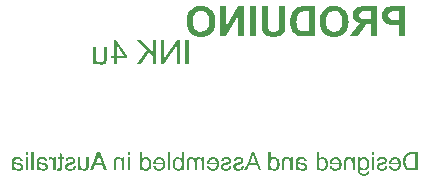
<source format=gbr>
%TF.GenerationSoftware,KiCad,Pcbnew,8.0.4*%
%TF.CreationDate,2024-10-26T11:39:00+11:00*%
%TF.ProjectId,INK-128DA28,494e4b2d-3132-4384-9441-32382e6b6963,1.1*%
%TF.SameCoordinates,Original*%
%TF.FileFunction,Legend,Bot*%
%TF.FilePolarity,Positive*%
%FSLAX46Y46*%
G04 Gerber Fmt 4.6, Leading zero omitted, Abs format (unit mm)*
G04 Created by KiCad (PCBNEW 8.0.4) date 2024-10-26 11:39:00*
%MOMM*%
%LPD*%
G01*
G04 APERTURE LIST*
%ADD10C,0.250000*%
%ADD11C,0.187500*%
G04 APERTURE END LIST*
D10*
G36*
X124197683Y-132756000D02*
G01*
X124197683Y-130723899D01*
X123930969Y-130723899D01*
X123930969Y-132756000D01*
X124197683Y-132756000D01*
G37*
G36*
X123467885Y-132756000D02*
G01*
X123467885Y-130723899D01*
X123194822Y-130723899D01*
X122136762Y-132319293D01*
X122136762Y-130723899D01*
X121881284Y-130723899D01*
X121881284Y-132756000D01*
X122154347Y-132756000D01*
X123212407Y-131159140D01*
X123212407Y-132756000D01*
X123467885Y-132756000D01*
G37*
G36*
X121455812Y-132756000D02*
G01*
X121455812Y-130723899D01*
X121189099Y-130723899D01*
X121189099Y-131719921D01*
X120189169Y-130723899D01*
X119827690Y-130723899D01*
X120672770Y-131538205D01*
X119790565Y-132756000D01*
X120142274Y-132756000D01*
X120859371Y-131716990D01*
X121189099Y-132036949D01*
X121189099Y-132756000D01*
X121455812Y-132756000D01*
G37*
G36*
X118982609Y-132036949D02*
G01*
X118982609Y-132263606D01*
X118108709Y-132263606D01*
X118108709Y-132756000D01*
X117861535Y-132756000D01*
X117861535Y-132263606D01*
X117589448Y-132263606D01*
X117589448Y-132036949D01*
X117861535Y-132036949D01*
X118108709Y-132036949D01*
X118739344Y-132036949D01*
X118108709Y-131123480D01*
X118108709Y-132036949D01*
X117861535Y-132036949D01*
X117861535Y-130723899D01*
X118063279Y-130723899D01*
X118982609Y-132036949D01*
G37*
G36*
X116319385Y-132756000D02*
G01*
X116319385Y-132541554D01*
X116387609Y-132625057D01*
X116464420Y-132691283D01*
X116549817Y-132740232D01*
X116643801Y-132771906D01*
X116746372Y-132786303D01*
X116782470Y-132787263D01*
X116884428Y-132779039D01*
X116980744Y-132754370D01*
X117023293Y-132737437D01*
X117110234Y-132688978D01*
X117182805Y-132621689D01*
X117189867Y-132612385D01*
X117238379Y-132522944D01*
X117266071Y-132428226D01*
X117277886Y-132326109D01*
X117281081Y-132224809D01*
X117281214Y-132195706D01*
X117281214Y-131286635D01*
X117033551Y-131286635D01*
X117033551Y-132102406D01*
X117032354Y-132202230D01*
X117027030Y-132303953D01*
X117018408Y-132365699D01*
X116979125Y-132458165D01*
X116919734Y-132520061D01*
X116829223Y-132563893D01*
X116732644Y-132576237D01*
X116631586Y-132563679D01*
X116536325Y-132526005D01*
X116524061Y-132519084D01*
X116445028Y-132455922D01*
X116388409Y-132368437D01*
X116385819Y-132362280D01*
X116359569Y-132266957D01*
X116347809Y-132163253D01*
X116345275Y-132074562D01*
X116345275Y-131286635D01*
X116098101Y-131286635D01*
X116098101Y-132756000D01*
X116319385Y-132756000D01*
G37*
G36*
X142492155Y-130385000D02*
G01*
X141983519Y-130385000D01*
X141983519Y-129408028D01*
X141651960Y-129408028D01*
X141508827Y-129406304D01*
X141381296Y-129401133D01*
X141254652Y-129391000D01*
X141125006Y-129372002D01*
X141083146Y-129361367D01*
X140967207Y-129315887D01*
X140861224Y-129252934D01*
X140806752Y-129210421D01*
X140717063Y-129114259D01*
X140647511Y-129005638D01*
X140637307Y-128985660D01*
X140592954Y-128865547D01*
X140569913Y-128741326D01*
X140563641Y-128624619D01*
X141087148Y-128624619D01*
X141095220Y-128703273D01*
X141144545Y-128817571D01*
X141193775Y-128873671D01*
X141303303Y-128939692D01*
X141316751Y-128944351D01*
X141442067Y-128967304D01*
X141567314Y-128975756D01*
X141705083Y-128978161D01*
X141983519Y-128978161D01*
X141983519Y-128274741D01*
X141738055Y-128274741D01*
X141626637Y-128275559D01*
X141497980Y-128279567D01*
X141372302Y-128291838D01*
X141265621Y-128326936D01*
X141167748Y-128401748D01*
X141107298Y-128501429D01*
X141087148Y-128624619D01*
X140563641Y-128624619D01*
X140563247Y-128617292D01*
X140570230Y-128491414D01*
X140595313Y-128360506D01*
X140638638Y-128243413D01*
X140709182Y-128128196D01*
X140756516Y-128072293D01*
X140850433Y-127988047D01*
X140955555Y-127924860D01*
X141071883Y-127882732D01*
X141123671Y-127871825D01*
X141256711Y-127856852D01*
X141395582Y-127849347D01*
X141539266Y-127845798D01*
X141676384Y-127844874D01*
X142492155Y-127844874D01*
X142492155Y-130385000D01*
G37*
G36*
X140157804Y-130385000D02*
G01*
X139649779Y-130385000D01*
X139649779Y-129329870D01*
X139546586Y-129329870D01*
X139535726Y-129329898D01*
X139411363Y-129335247D01*
X139290742Y-129357958D01*
X139236340Y-129382897D01*
X139138090Y-129461762D01*
X139094317Y-129512709D01*
X139017813Y-129614067D01*
X138939178Y-129725293D01*
X138870034Y-129826294D01*
X138502448Y-130385000D01*
X137894284Y-130385000D01*
X138202030Y-129890408D01*
X138267646Y-129785708D01*
X138337578Y-129679619D01*
X138408771Y-129579556D01*
X138491457Y-129478859D01*
X138556152Y-129415097D01*
X138656688Y-129334740D01*
X138763177Y-129265757D01*
X138722379Y-129259114D01*
X138589764Y-129227412D01*
X138472986Y-129182561D01*
X138358917Y-129115204D01*
X138265533Y-129030673D01*
X138192603Y-128931297D01*
X138140511Y-128819403D01*
X138109255Y-128694992D01*
X138100556Y-128580655D01*
X138622738Y-128580655D01*
X138627806Y-128646475D01*
X138674639Y-128765669D01*
X138710572Y-128807613D01*
X138816911Y-128870083D01*
X138889822Y-128884546D01*
X139021818Y-128895065D01*
X139146147Y-128898951D01*
X139273645Y-128900003D01*
X139649779Y-128900003D01*
X139649779Y-128274741D01*
X139252884Y-128274741D01*
X139129545Y-128275150D01*
X139005741Y-128276878D01*
X138882246Y-128283290D01*
X138790805Y-128308933D01*
X138690515Y-128379766D01*
X138644183Y-128455784D01*
X138622738Y-128580655D01*
X138100556Y-128580655D01*
X138098837Y-128558063D01*
X138099266Y-128530020D01*
X138114293Y-128395746D01*
X138150786Y-128271371D01*
X138208746Y-128156894D01*
X138284595Y-128057802D01*
X138384558Y-127972905D01*
X138501838Y-127913262D01*
X138564288Y-127893560D01*
X138686657Y-127868983D01*
X138816396Y-127854491D01*
X138944437Y-127847278D01*
X139088020Y-127844874D01*
X140157804Y-127844874D01*
X140157804Y-130385000D01*
G37*
G36*
X136557920Y-127806186D02*
G01*
X136686919Y-127813716D01*
X136809082Y-127830830D01*
X136940324Y-127862124D01*
X137062637Y-127905935D01*
X137073639Y-127910668D01*
X137191122Y-127972968D01*
X137292289Y-128045883D01*
X137388090Y-128134302D01*
X137406394Y-128153617D01*
X137490615Y-128254916D01*
X137562671Y-128364086D01*
X137622563Y-128481127D01*
X137667293Y-128601928D01*
X137701036Y-128734593D01*
X137721215Y-128857747D01*
X137733322Y-128989617D01*
X137737357Y-129130202D01*
X137737034Y-129167730D01*
X137729263Y-129312773D01*
X137711131Y-129449706D01*
X137682637Y-129578530D01*
X137643783Y-129699244D01*
X137580644Y-129838733D01*
X137501316Y-129965550D01*
X137405798Y-130079696D01*
X137296565Y-130178908D01*
X137176093Y-130261304D01*
X137044380Y-130326884D01*
X136901427Y-130375650D01*
X136778971Y-130402554D01*
X136649322Y-130418697D01*
X136512480Y-130424078D01*
X136377354Y-130418669D01*
X136249193Y-130402440D01*
X136127997Y-130375392D01*
X135986297Y-130326368D01*
X135855478Y-130260438D01*
X135735542Y-130177604D01*
X135626489Y-130077864D01*
X135586339Y-130033545D01*
X135497297Y-129913627D01*
X135424445Y-129780680D01*
X135377819Y-129664941D01*
X135341555Y-129540864D01*
X135315651Y-129408448D01*
X135300110Y-129267693D01*
X135294929Y-129118600D01*
X135295138Y-129106388D01*
X135820662Y-129106388D01*
X135820852Y-129133916D01*
X135827510Y-129265063D01*
X135848053Y-129408152D01*
X135882293Y-129535657D01*
X135939548Y-129664715D01*
X136015445Y-129772561D01*
X136040220Y-129799401D01*
X136133657Y-129879706D01*
X136253250Y-129945508D01*
X136386506Y-129983605D01*
X136514311Y-129994211D01*
X136551907Y-129993338D01*
X136676954Y-129976533D01*
X136807414Y-129931138D01*
X136924593Y-129857808D01*
X137016230Y-129770729D01*
X137040113Y-129741899D01*
X137111569Y-129628110D01*
X137157794Y-129514623D01*
X137190152Y-129386409D01*
X137208641Y-129243470D01*
X137213457Y-129113105D01*
X137213269Y-129085806D01*
X137206695Y-128955804D01*
X137186409Y-128814089D01*
X137152599Y-128687958D01*
X137096061Y-128560502D01*
X137021115Y-128454260D01*
X136996596Y-128427789D01*
X136888976Y-128338984D01*
X136766091Y-128277503D01*
X136646045Y-128246123D01*
X136514311Y-128235662D01*
X136475564Y-128236507D01*
X136347575Y-128252761D01*
X136215827Y-128296667D01*
X136099573Y-128367593D01*
X136010561Y-128451817D01*
X135998877Y-128465507D01*
X135927480Y-128573557D01*
X135874256Y-128702995D01*
X135843101Y-128830965D01*
X135825298Y-128974649D01*
X135820662Y-129106388D01*
X135295138Y-129106388D01*
X135296234Y-129042344D01*
X135306671Y-128896199D01*
X135327546Y-128758545D01*
X135358859Y-128629382D01*
X135400609Y-128508711D01*
X135452797Y-128396531D01*
X135532710Y-128268247D01*
X135628931Y-128153230D01*
X135738748Y-128053139D01*
X135859447Y-127970013D01*
X135991029Y-127903851D01*
X136133493Y-127854653D01*
X136255300Y-127827510D01*
X136384071Y-127811224D01*
X136519807Y-127805795D01*
X136557920Y-127806186D01*
G37*
G36*
X134915131Y-130385000D02*
G01*
X133958310Y-130385000D01*
X133889703Y-130384160D01*
X133763078Y-130377443D01*
X133637503Y-130361858D01*
X133508293Y-130331266D01*
X133480565Y-130321959D01*
X133364704Y-130274529D01*
X133253077Y-130211178D01*
X133151087Y-130128545D01*
X133140214Y-130117718D01*
X133058936Y-130023675D01*
X132987810Y-129916427D01*
X132926835Y-129795975D01*
X132881810Y-129679748D01*
X132872419Y-129651019D01*
X132840916Y-129529374D01*
X132819106Y-129396968D01*
X132807973Y-129272284D01*
X132804263Y-129139361D01*
X132804613Y-129115547D01*
X133329995Y-129115547D01*
X133330806Y-129187198D01*
X133337294Y-129318937D01*
X133352347Y-129448713D01*
X133381897Y-129580830D01*
X133391782Y-129611930D01*
X133440821Y-129727223D01*
X133515009Y-129825683D01*
X133600402Y-129885557D01*
X133719563Y-129930708D01*
X133766638Y-129940225D01*
X133894799Y-129952246D01*
X134027309Y-129955132D01*
X134406496Y-129955132D01*
X134406496Y-128274741D01*
X134178129Y-128274741D01*
X134158903Y-128274765D01*
X134019485Y-128276673D01*
X133893202Y-128282469D01*
X133761084Y-128299166D01*
X133752203Y-128301168D01*
X133630872Y-128344656D01*
X133526000Y-128418845D01*
X133503446Y-128441914D01*
X133430423Y-128547798D01*
X133381897Y-128664309D01*
X133366945Y-128716863D01*
X133344643Y-128841918D01*
X133333239Y-128977207D01*
X133329995Y-129115547D01*
X132804613Y-129115547D01*
X132805551Y-129051844D01*
X132812313Y-128927258D01*
X132827527Y-128792056D01*
X132850631Y-128667781D01*
X132886695Y-128539134D01*
X132914303Y-128464848D01*
X132973315Y-128340448D01*
X133044305Y-128228027D01*
X133127274Y-128127585D01*
X133178230Y-128077425D01*
X133277691Y-127999758D01*
X133387101Y-127938321D01*
X133506461Y-127893112D01*
X133598243Y-127872008D01*
X133723849Y-127855473D01*
X133855368Y-127847182D01*
X133985787Y-127844874D01*
X134915131Y-127844874D01*
X134915131Y-130385000D01*
G37*
G36*
X132391492Y-127844874D02*
G01*
X131882856Y-127844874D01*
X131882856Y-129223625D01*
X131881951Y-129356035D01*
X131878697Y-129480312D01*
X131870360Y-129604085D01*
X131863928Y-129648607D01*
X131822719Y-129765435D01*
X131744981Y-129868485D01*
X131708833Y-129899567D01*
X131593905Y-129960845D01*
X131473673Y-129988296D01*
X131373000Y-129994211D01*
X131247956Y-129985505D01*
X131125453Y-129952074D01*
X131046325Y-129905062D01*
X130962605Y-129812058D01*
X130915893Y-129693333D01*
X130914434Y-129685244D01*
X130900666Y-129563485D01*
X130894511Y-129440384D01*
X130892040Y-129308092D01*
X130891841Y-129252934D01*
X130891841Y-127844874D01*
X130383816Y-127844874D01*
X130383816Y-129176608D01*
X130384830Y-129312793D01*
X130387871Y-129435889D01*
X130394196Y-129566328D01*
X130405266Y-129694685D01*
X130425337Y-129822020D01*
X130461761Y-129944809D01*
X130520422Y-130062961D01*
X130577378Y-130140757D01*
X130670830Y-130230459D01*
X130775050Y-130299711D01*
X130873523Y-130347142D01*
X131000307Y-130387714D01*
X131133481Y-130411381D01*
X131267023Y-130422200D01*
X131357734Y-130424078D01*
X131486735Y-130421137D01*
X131621824Y-130410272D01*
X131755891Y-130388052D01*
X131880805Y-130350555D01*
X131904838Y-130340425D01*
X132013603Y-130282930D01*
X132115612Y-130208529D01*
X132199151Y-130122438D01*
X132269819Y-130019885D01*
X132322927Y-129904716D01*
X132341422Y-129840949D01*
X132363328Y-129718980D01*
X132377361Y-129590969D01*
X132385576Y-129465432D01*
X132390270Y-129325298D01*
X132391492Y-129197369D01*
X132391492Y-127844874D01*
G37*
G36*
X129877623Y-130385000D02*
G01*
X129877623Y-127844874D01*
X129369598Y-127844874D01*
X129369598Y-130385000D01*
X129877623Y-130385000D01*
G37*
G36*
X128884775Y-130385000D02*
G01*
X128884775Y-127844874D01*
X128390184Y-127844874D01*
X127360090Y-129561290D01*
X127360090Y-127844874D01*
X126888090Y-127844874D01*
X126888090Y-130385000D01*
X127397947Y-130385000D01*
X128412776Y-128694228D01*
X128412776Y-130385000D01*
X128884775Y-130385000D01*
G37*
G36*
X125288555Y-127806186D02*
G01*
X125417554Y-127813716D01*
X125539717Y-127830830D01*
X125670959Y-127862124D01*
X125793272Y-127905935D01*
X125804274Y-127910668D01*
X125921757Y-127972968D01*
X126022924Y-128045883D01*
X126118725Y-128134302D01*
X126137029Y-128153617D01*
X126221250Y-128254916D01*
X126293306Y-128364086D01*
X126353198Y-128481127D01*
X126397928Y-128601928D01*
X126431671Y-128734593D01*
X126451850Y-128857747D01*
X126463957Y-128989617D01*
X126467993Y-129130202D01*
X126467669Y-129167730D01*
X126459898Y-129312773D01*
X126441766Y-129449706D01*
X126413272Y-129578530D01*
X126374418Y-129699244D01*
X126311279Y-129838733D01*
X126231951Y-129965550D01*
X126136433Y-130079696D01*
X126027200Y-130178908D01*
X125906728Y-130261304D01*
X125775015Y-130326884D01*
X125632062Y-130375650D01*
X125509606Y-130402554D01*
X125379957Y-130418697D01*
X125243115Y-130424078D01*
X125107989Y-130418669D01*
X124979828Y-130402440D01*
X124858633Y-130375392D01*
X124716932Y-130326368D01*
X124586113Y-130260438D01*
X124466177Y-130177604D01*
X124357124Y-130077864D01*
X124316974Y-130033545D01*
X124227932Y-129913627D01*
X124155080Y-129780680D01*
X124108454Y-129664941D01*
X124072190Y-129540864D01*
X124046287Y-129408448D01*
X124030745Y-129267693D01*
X124025564Y-129118600D01*
X124025773Y-129106388D01*
X124551297Y-129106388D01*
X124551487Y-129133916D01*
X124558145Y-129265063D01*
X124578688Y-129408152D01*
X124612928Y-129535657D01*
X124670183Y-129664715D01*
X124746080Y-129772561D01*
X124770855Y-129799401D01*
X124864292Y-129879706D01*
X124983885Y-129945508D01*
X125117141Y-129983605D01*
X125244946Y-129994211D01*
X125282542Y-129993338D01*
X125407589Y-129976533D01*
X125538049Y-129931138D01*
X125655228Y-129857808D01*
X125746866Y-129770729D01*
X125770748Y-129741899D01*
X125842204Y-129628110D01*
X125888429Y-129514623D01*
X125920787Y-129386409D01*
X125939277Y-129243470D01*
X125944092Y-129113105D01*
X125943904Y-129085806D01*
X125937330Y-128955804D01*
X125917044Y-128814089D01*
X125883234Y-128687958D01*
X125826696Y-128560502D01*
X125751750Y-128454260D01*
X125727231Y-128427789D01*
X125619611Y-128338984D01*
X125496726Y-128277503D01*
X125376680Y-128246123D01*
X125244946Y-128235662D01*
X125206199Y-128236507D01*
X125078210Y-128252761D01*
X124946462Y-128296667D01*
X124830208Y-128367593D01*
X124741196Y-128451817D01*
X124729512Y-128465507D01*
X124658115Y-128573557D01*
X124604891Y-128702995D01*
X124573736Y-128830965D01*
X124555933Y-128974649D01*
X124551297Y-129106388D01*
X124025773Y-129106388D01*
X124026869Y-129042344D01*
X124037306Y-128896199D01*
X124058181Y-128758545D01*
X124089494Y-128629382D01*
X124131244Y-128508711D01*
X124183432Y-128396531D01*
X124263345Y-128268247D01*
X124359566Y-128153230D01*
X124469383Y-128053139D01*
X124590082Y-127970013D01*
X124721664Y-127903851D01*
X124864128Y-127854653D01*
X124985935Y-127827510D01*
X125114706Y-127811224D01*
X125250442Y-127805795D01*
X125288555Y-127806186D01*
G37*
D11*
G36*
X143601334Y-141731000D02*
G01*
X143056184Y-141731000D01*
X143039179Y-141730898D01*
X142965705Y-141727926D01*
X142889914Y-141719797D01*
X142813651Y-141704988D01*
X142768819Y-141692450D01*
X142698897Y-141665574D01*
X142633033Y-141628784D01*
X142600914Y-141604876D01*
X142544333Y-141550989D01*
X142495646Y-141490298D01*
X142487860Y-141479127D01*
X142448256Y-141411239D01*
X142416986Y-141340055D01*
X142392698Y-141268281D01*
X142373217Y-141189726D01*
X142361253Y-141114645D01*
X142354326Y-141034617D01*
X142352398Y-140960535D01*
X142352452Y-140957605D01*
X142558295Y-140957605D01*
X142559699Y-141020910D01*
X142565938Y-141099667D01*
X142578924Y-141180550D01*
X142598228Y-141253260D01*
X142622977Y-141317944D01*
X142659995Y-141386297D01*
X142708870Y-141447434D01*
X142715325Y-141453755D01*
X142776645Y-141497833D01*
X142844425Y-141526935D01*
X142849800Y-141528670D01*
X142924127Y-141545200D01*
X142999918Y-141552913D01*
X143078898Y-141555145D01*
X143401299Y-141555145D01*
X143401299Y-140382779D01*
X143084027Y-140382779D01*
X143051437Y-140383056D01*
X142972966Y-140386502D01*
X142899357Y-140395087D01*
X142825374Y-140414286D01*
X142798057Y-140426611D01*
X142734373Y-140469094D01*
X142682685Y-140521583D01*
X142636330Y-140587577D01*
X142609810Y-140639878D01*
X142585805Y-140710859D01*
X142569268Y-140792569D01*
X142561038Y-140871145D01*
X142558295Y-140957605D01*
X142352452Y-140957605D01*
X142353325Y-140910321D01*
X142359411Y-140825861D01*
X142371177Y-140745749D01*
X142388623Y-140669984D01*
X142411749Y-140598568D01*
X142445042Y-140522799D01*
X142485938Y-140454128D01*
X142534435Y-140392556D01*
X142590535Y-140338083D01*
X142602132Y-140328382D01*
X142664586Y-140285635D01*
X142734482Y-140252476D01*
X142811819Y-140228906D01*
X142842824Y-140222573D01*
X142917070Y-140213128D01*
X142997840Y-140208298D01*
X143080730Y-140206924D01*
X143601334Y-140206924D01*
X143601334Y-141731000D01*
G37*
G36*
X141688353Y-140606127D02*
G01*
X141768436Y-140615100D01*
X141842569Y-140634840D01*
X141910752Y-140665349D01*
X141972983Y-140706625D01*
X142029265Y-140758669D01*
X142070216Y-140809557D01*
X142110195Y-140878628D01*
X142140180Y-140956432D01*
X142157532Y-141027939D01*
X142167944Y-141105511D01*
X142171414Y-141189147D01*
X142170178Y-141238381D01*
X142162621Y-141315771D01*
X142144486Y-141400943D01*
X142116459Y-141477716D01*
X142078541Y-141546091D01*
X142030730Y-141606069D01*
X142012757Y-141624037D01*
X141954183Y-141670984D01*
X141888628Y-141707499D01*
X141816092Y-141733581D01*
X141736575Y-141749230D01*
X141650078Y-141754447D01*
X141626529Y-141754086D01*
X141548277Y-141747144D01*
X141476513Y-141731366D01*
X141402438Y-141702515D01*
X141336836Y-141662123D01*
X141329241Y-141656280D01*
X141273914Y-141604279D01*
X141228250Y-141542936D01*
X141192249Y-141472250D01*
X141168675Y-141402737D01*
X141360650Y-141379290D01*
X141380520Y-141427227D01*
X141421272Y-141495294D01*
X141474956Y-141548916D01*
X141498234Y-141564220D01*
X141571124Y-141593272D01*
X141648979Y-141602039D01*
X141665930Y-141601674D01*
X141745407Y-141588902D01*
X141816082Y-141557882D01*
X141877956Y-141508616D01*
X141918668Y-141456570D01*
X141952317Y-141385701D01*
X141971426Y-141311758D01*
X141979806Y-141238606D01*
X141163546Y-141238606D01*
X141162813Y-141188048D01*
X141164988Y-141120745D01*
X141168869Y-141086198D01*
X141358452Y-141086198D01*
X141969547Y-141086198D01*
X141967082Y-141058700D01*
X141951532Y-140982540D01*
X141919912Y-140909067D01*
X141873193Y-140847329D01*
X141867704Y-140841829D01*
X141808442Y-140796434D01*
X141734080Y-140766666D01*
X141658138Y-140757936D01*
X141623694Y-140759688D01*
X141552181Y-140776438D01*
X141482443Y-140815851D01*
X141428427Y-140870043D01*
X141391625Y-140934100D01*
X141369023Y-141010741D01*
X141358452Y-141086198D01*
X141168869Y-141086198D01*
X141173826Y-141042075D01*
X141189460Y-140969470D01*
X141217195Y-140890348D01*
X141254719Y-140819959D01*
X141302032Y-140758302D01*
X141356935Y-140706383D01*
X141428151Y-140659387D01*
X141507081Y-140627012D01*
X141580875Y-140610899D01*
X141660336Y-140605528D01*
X141688353Y-140606127D01*
G37*
G36*
X141015901Y-141407866D02*
G01*
X140832353Y-141379290D01*
X140813084Y-141453015D01*
X140774768Y-141516954D01*
X140746623Y-141544520D01*
X140679922Y-141581762D01*
X140601929Y-141599287D01*
X140549153Y-141602039D01*
X140475680Y-141596923D01*
X140404514Y-141577277D01*
X140359376Y-141549649D01*
X140312940Y-141492313D01*
X140297461Y-141425818D01*
X140321128Y-141354148D01*
X140352415Y-141325801D01*
X140424849Y-141295505D01*
X140497306Y-141274110D01*
X140541826Y-141262420D01*
X140613945Y-141243538D01*
X140686950Y-141222746D01*
X140763193Y-141197971D01*
X140824659Y-141173027D01*
X140890132Y-141131371D01*
X140941515Y-141073096D01*
X140944094Y-141068979D01*
X140974594Y-140998821D01*
X140984760Y-140921701D01*
X140975351Y-140846847D01*
X140951421Y-140785780D01*
X140909071Y-140725316D01*
X140860196Y-140682099D01*
X140793850Y-140645806D01*
X140742227Y-140627877D01*
X140669825Y-140611836D01*
X140592755Y-140605616D01*
X140582126Y-140605528D01*
X140504638Y-140609106D01*
X140426592Y-140621306D01*
X140356079Y-140642165D01*
X140285303Y-140676225D01*
X140227881Y-140722507D01*
X140212098Y-140741450D01*
X140174918Y-140809520D01*
X140153113Y-140883622D01*
X140148351Y-140909244D01*
X140329701Y-140933791D01*
X140353606Y-140860060D01*
X140401142Y-140804464D01*
X140467490Y-140771068D01*
X140542312Y-140758663D01*
X140568570Y-140757936D01*
X140647817Y-140762958D01*
X140719146Y-140781841D01*
X140751020Y-140800434D01*
X140797932Y-140859282D01*
X140805608Y-140900085D01*
X140782893Y-140965298D01*
X140723508Y-141010018D01*
X140711819Y-141015124D01*
X140640653Y-141036863D01*
X140564622Y-141058186D01*
X140548054Y-141062751D01*
X140467679Y-141084920D01*
X140389775Y-141108024D01*
X140319923Y-141131170D01*
X140273647Y-141149213D01*
X140207895Y-141187493D01*
X140154085Y-141243055D01*
X140151281Y-141247032D01*
X140119462Y-141313981D01*
X140107341Y-141388814D01*
X140106951Y-141406401D01*
X140115900Y-141480493D01*
X140142746Y-141550957D01*
X140161173Y-141582256D01*
X140208366Y-141638601D01*
X140269159Y-141684540D01*
X140317244Y-141709384D01*
X140390469Y-141735040D01*
X140462597Y-141749122D01*
X140540020Y-141754403D01*
X140548054Y-141754447D01*
X140624445Y-141751381D01*
X140704550Y-141740056D01*
X140784205Y-141716895D01*
X140851176Y-141682835D01*
X140873019Y-141667252D01*
X140929498Y-141611334D01*
X140973225Y-141542084D01*
X141001390Y-141469338D01*
X141015901Y-141407866D01*
G37*
G36*
X139891163Y-140417950D02*
G01*
X139891163Y-140206924D01*
X139705782Y-140206924D01*
X139705782Y-140417950D01*
X139891163Y-140417950D01*
G37*
G36*
X139891163Y-141731000D02*
G01*
X139891163Y-140628976D01*
X139705782Y-140628976D01*
X139705782Y-141731000D01*
X139891163Y-141731000D01*
G37*
G36*
X139059298Y-140606662D02*
G01*
X139135323Y-140617500D01*
X139205435Y-140639815D01*
X139276404Y-140678069D01*
X139302536Y-140697154D01*
X139360903Y-140753182D01*
X139404931Y-140813763D01*
X139440901Y-140883965D01*
X139462885Y-140943323D01*
X139483216Y-141023092D01*
X139493795Y-141097258D01*
X139497321Y-141174492D01*
X139496839Y-141202860D01*
X139489605Y-141284905D01*
X139473689Y-141362365D01*
X139449093Y-141435240D01*
X139415815Y-141503530D01*
X139373856Y-141567235D01*
X139323839Y-141622889D01*
X139256435Y-141673266D01*
X139179283Y-141707970D01*
X139105394Y-141725242D01*
X139024345Y-141731000D01*
X138990870Y-141729750D01*
X138916869Y-141717118D01*
X138839337Y-141686023D01*
X138777657Y-141644238D01*
X138721728Y-141588850D01*
X138722140Y-141672061D01*
X138725360Y-141754049D01*
X138734917Y-141827720D01*
X138741849Y-141850337D01*
X138777202Y-141919309D01*
X138829806Y-141972434D01*
X138879300Y-141999675D01*
X138953901Y-142019046D01*
X139028741Y-142024091D01*
X139071752Y-142022288D01*
X139147108Y-142007862D01*
X139217053Y-141972800D01*
X139258635Y-141923432D01*
X139280067Y-141851533D01*
X139460318Y-141824789D01*
X139457450Y-141887755D01*
X139440002Y-141962012D01*
X139401762Y-142032305D01*
X139343815Y-142088571D01*
X139328454Y-142099218D01*
X139261146Y-142134939D01*
X139184450Y-142159669D01*
X139109640Y-142172291D01*
X139027642Y-142176498D01*
X138967647Y-142174309D01*
X138893344Y-142164577D01*
X138817526Y-142144324D01*
X138749938Y-142114217D01*
X138736071Y-142106255D01*
X138673860Y-142061168D01*
X138623528Y-142007280D01*
X138585074Y-141944590D01*
X138567394Y-141899192D01*
X138549511Y-141822233D01*
X138539198Y-141739491D01*
X138534321Y-141657128D01*
X138533050Y-141580424D01*
X138533050Y-141167165D01*
X138705974Y-141167165D01*
X138706059Y-141180335D01*
X138711401Y-141266358D01*
X138725053Y-141341581D01*
X138750830Y-141414328D01*
X138792803Y-141479307D01*
X138803772Y-141491330D01*
X138863471Y-141539809D01*
X138931255Y-141568896D01*
X139007126Y-141578592D01*
X139023033Y-141578201D01*
X139097543Y-141564527D01*
X139163682Y-141531318D01*
X139221449Y-141478575D01*
X139231786Y-141465613D01*
X139270049Y-141395916D01*
X139292724Y-141318344D01*
X139303811Y-141238410D01*
X139306812Y-141160937D01*
X139306727Y-141148531D01*
X139301408Y-141067079D01*
X139287814Y-140995058D01*
X139262145Y-140924299D01*
X139220350Y-140859419D01*
X139214909Y-140853175D01*
X139156492Y-140801641D01*
X139083802Y-140767846D01*
X139010057Y-140757936D01*
X138994492Y-140758340D01*
X138920962Y-140772465D01*
X138854587Y-140806768D01*
X138795367Y-140861251D01*
X138789868Y-140867783D01*
X138748226Y-140935361D01*
X138723085Y-141008714D01*
X138710252Y-141083153D01*
X138705974Y-141167165D01*
X138533050Y-141167165D01*
X138533050Y-140628976D01*
X138704143Y-140628976D01*
X138704143Y-140760867D01*
X138736623Y-140724459D01*
X138798588Y-140672427D01*
X138867074Y-140635261D01*
X138942083Y-140612962D01*
X139023612Y-140605528D01*
X139059298Y-140606662D01*
G37*
G36*
X138258277Y-141731000D02*
G01*
X138258277Y-140628976D01*
X138091581Y-140628976D01*
X138091581Y-140783581D01*
X138042607Y-140723071D01*
X137986086Y-140675080D01*
X137910604Y-140634914D01*
X137837729Y-140614049D01*
X137757307Y-140605702D01*
X137743169Y-140605528D01*
X137665458Y-140611454D01*
X137593068Y-140629231D01*
X137561452Y-140641432D01*
X137496748Y-140676875D01*
X137442549Y-140728029D01*
X137437255Y-140735221D01*
X137400299Y-140802929D01*
X137379369Y-140872974D01*
X137371365Y-140949884D01*
X137369201Y-141030693D01*
X137369111Y-141054325D01*
X137369111Y-141731000D01*
X137554491Y-141731000D01*
X137554491Y-141059087D01*
X137557531Y-140981498D01*
X137569880Y-140907406D01*
X137576107Y-140888362D01*
X137616293Y-140826395D01*
X137653043Y-140797870D01*
X137721011Y-140770319D01*
X137782370Y-140763798D01*
X137859916Y-140772759D01*
X137929843Y-140799643D01*
X137986801Y-140839635D01*
X138032203Y-140900379D01*
X138058688Y-140977868D01*
X138069870Y-141053084D01*
X138072897Y-141127964D01*
X138072897Y-141731000D01*
X138258277Y-141731000D01*
G37*
G36*
X136669162Y-140606127D02*
G01*
X136749246Y-140615100D01*
X136823379Y-140634840D01*
X136891561Y-140665349D01*
X136953793Y-140706625D01*
X137010074Y-140758669D01*
X137051025Y-140809557D01*
X137091005Y-140878628D01*
X137120990Y-140956432D01*
X137138342Y-141027939D01*
X137148753Y-141105511D01*
X137152224Y-141189147D01*
X137150987Y-141238381D01*
X137143431Y-141315771D01*
X137125296Y-141400943D01*
X137097269Y-141477716D01*
X137059350Y-141546091D01*
X137011540Y-141606069D01*
X136993566Y-141624037D01*
X136934992Y-141670984D01*
X136869438Y-141707499D01*
X136796902Y-141733581D01*
X136717385Y-141749230D01*
X136630887Y-141754447D01*
X136607338Y-141754086D01*
X136529087Y-141747144D01*
X136457322Y-141731366D01*
X136383248Y-141702515D01*
X136317646Y-141662123D01*
X136310050Y-141656280D01*
X136254724Y-141604279D01*
X136209060Y-141542936D01*
X136173059Y-141472250D01*
X136149484Y-141402737D01*
X136341459Y-141379290D01*
X136361330Y-141427227D01*
X136402082Y-141495294D01*
X136455765Y-141548916D01*
X136479044Y-141564220D01*
X136551933Y-141593272D01*
X136629788Y-141602039D01*
X136646740Y-141601674D01*
X136726216Y-141588902D01*
X136796892Y-141557882D01*
X136858766Y-141508616D01*
X136899478Y-141456570D01*
X136933127Y-141385701D01*
X136952235Y-141311758D01*
X136960615Y-141238606D01*
X136144355Y-141238606D01*
X136143623Y-141188048D01*
X136145798Y-141120745D01*
X136149679Y-141086198D01*
X136339261Y-141086198D01*
X136950357Y-141086198D01*
X136947891Y-141058700D01*
X136932342Y-140982540D01*
X136900722Y-140909067D01*
X136854003Y-140847329D01*
X136848514Y-140841829D01*
X136789251Y-140796434D01*
X136714889Y-140766666D01*
X136638947Y-140757936D01*
X136604503Y-140759688D01*
X136532990Y-140776438D01*
X136463252Y-140815851D01*
X136409237Y-140870043D01*
X136372434Y-140934100D01*
X136349832Y-141010741D01*
X136339261Y-141086198D01*
X136149679Y-141086198D01*
X136154635Y-141042075D01*
X136170270Y-140969470D01*
X136198005Y-140890348D01*
X136235529Y-140819959D01*
X136282841Y-140758302D01*
X136337744Y-140706383D01*
X136408961Y-140659387D01*
X136487891Y-140627012D01*
X136561684Y-140610899D01*
X136641145Y-140605528D01*
X136669162Y-140606127D01*
G37*
G36*
X135224781Y-140762332D02*
G01*
X135237323Y-140745256D01*
X135288344Y-140692072D01*
X135350444Y-140649126D01*
X135375129Y-140636566D01*
X135449861Y-140612724D01*
X135526665Y-140605528D01*
X135543462Y-140605808D01*
X135624399Y-140615575D01*
X135700255Y-140639296D01*
X135771030Y-140676969D01*
X135797471Y-140695809D01*
X135856111Y-140751472D01*
X135899771Y-140812030D01*
X135934795Y-140882500D01*
X135958677Y-140951445D01*
X135975736Y-141024191D01*
X135985972Y-141100738D01*
X135989383Y-141181087D01*
X135986508Y-141252977D01*
X135976181Y-141330629D01*
X135958344Y-141403472D01*
X135929300Y-141479674D01*
X135909210Y-141518807D01*
X135867009Y-141582216D01*
X135817041Y-141636582D01*
X135759307Y-141681907D01*
X135745486Y-141690691D01*
X135673938Y-141726111D01*
X135598311Y-141747363D01*
X135518605Y-141754447D01*
X135469661Y-141751922D01*
X135391337Y-141735355D01*
X135322340Y-141703326D01*
X135262669Y-141655834D01*
X135212325Y-141592880D01*
X135212325Y-141731000D01*
X135040500Y-141731000D01*
X135040500Y-141196108D01*
X135209394Y-141196108D01*
X135209477Y-141208851D01*
X135214706Y-141292301D01*
X135228070Y-141365689D01*
X135253303Y-141437239D01*
X135294390Y-141502022D01*
X135351091Y-141554765D01*
X135421726Y-141590221D01*
X135501020Y-141602039D01*
X135508522Y-141601937D01*
X135586938Y-141587305D01*
X135651688Y-141552514D01*
X135710214Y-141497259D01*
X135720950Y-141483742D01*
X135760691Y-141412538D01*
X135784242Y-141334989D01*
X135795757Y-141256127D01*
X135798874Y-141180354D01*
X135798550Y-141153428D01*
X135793699Y-141078161D01*
X135780681Y-141000802D01*
X135756100Y-140926172D01*
X135716076Y-140859785D01*
X135710838Y-140853519D01*
X135654095Y-140801799D01*
X135582503Y-140767882D01*
X135509080Y-140757936D01*
X135493436Y-140758350D01*
X135419899Y-140772825D01*
X135354161Y-140807980D01*
X135296222Y-140863815D01*
X135275872Y-140892168D01*
X135243311Y-140960175D01*
X135223724Y-141032040D01*
X135212446Y-141115440D01*
X135209394Y-141196108D01*
X135040500Y-141196108D01*
X135040500Y-140206924D01*
X135224781Y-140206924D01*
X135224781Y-140762332D01*
G37*
G36*
X133725943Y-140605676D02*
G01*
X133801597Y-140609987D01*
X133879335Y-140621780D01*
X133957161Y-140643264D01*
X134001562Y-140661156D01*
X134066503Y-140699006D01*
X134120926Y-140750242D01*
X134150170Y-140792640D01*
X134181408Y-140859899D01*
X134202258Y-140932325D01*
X134020908Y-140957238D01*
X134012894Y-140930448D01*
X133979890Y-140857928D01*
X133928584Y-140801900D01*
X133882968Y-140778716D01*
X133810565Y-140762229D01*
X133735510Y-140757936D01*
X133662059Y-140762892D01*
X133587161Y-140782408D01*
X133524118Y-140820584D01*
X133509025Y-140836629D01*
X133479095Y-140904190D01*
X133471728Y-140979220D01*
X133472461Y-141027580D01*
X133486204Y-141032211D01*
X133559488Y-141052059D01*
X133640345Y-141068340D01*
X133723230Y-141081533D01*
X133803288Y-141092060D01*
X133816855Y-141093759D01*
X133894435Y-141105010D01*
X133968152Y-141120270D01*
X134034575Y-141144195D01*
X134101875Y-141181819D01*
X134155272Y-141228897D01*
X134197496Y-141289531D01*
X134199750Y-141293735D01*
X134226082Y-141364798D01*
X134234132Y-141437908D01*
X134233754Y-141455026D01*
X134220531Y-141534817D01*
X134188417Y-141604949D01*
X134137412Y-141665420D01*
X134083671Y-141704369D01*
X134010786Y-141734885D01*
X133934955Y-141750187D01*
X133860074Y-141754447D01*
X133806356Y-141752157D01*
X133729042Y-141740136D01*
X133655643Y-141717810D01*
X133643662Y-141713028D01*
X133576741Y-141679457D01*
X133514402Y-141638270D01*
X133457073Y-141592514D01*
X133446024Y-141657970D01*
X133420071Y-141731000D01*
X133226264Y-141731000D01*
X133254165Y-141670372D01*
X133273525Y-141598742D01*
X133276273Y-141578535D01*
X133281539Y-141501870D01*
X133283863Y-141425980D01*
X133284962Y-141346365D01*
X133285249Y-141269747D01*
X133285249Y-141243002D01*
X133472461Y-141243002D01*
X133473194Y-141280329D01*
X133480939Y-141357798D01*
X133502503Y-141430581D01*
X133515835Y-141455491D01*
X133564682Y-141516199D01*
X133625235Y-141560640D01*
X133662776Y-141579055D01*
X133738636Y-141601255D01*
X133815744Y-141607901D01*
X133841956Y-141607117D01*
X133915997Y-141593736D01*
X133980242Y-141557709D01*
X134020476Y-141505100D01*
X134036295Y-141432046D01*
X134035394Y-141413821D01*
X134010650Y-141342287D01*
X133998253Y-141325585D01*
X133937377Y-141281104D01*
X133924428Y-141275946D01*
X133851797Y-141256575D01*
X133775444Y-141243369D01*
X133691948Y-141230288D01*
X133618095Y-141216050D01*
X133545497Y-141198362D01*
X133472461Y-141174126D01*
X133472461Y-141243002D01*
X133285249Y-141243002D01*
X133285249Y-141020986D01*
X133285284Y-141005760D01*
X133287002Y-140926969D01*
X133294408Y-140849161D01*
X133313602Y-140786960D01*
X133352293Y-140722032D01*
X133354903Y-140718912D01*
X133413177Y-140671015D01*
X133480887Y-140638868D01*
X133486411Y-140636816D01*
X133560677Y-140617282D01*
X133633821Y-140608166D01*
X133708399Y-140605528D01*
X133725943Y-140605676D01*
G37*
G36*
X133003148Y-141731000D02*
G01*
X133003148Y-140628976D01*
X132836452Y-140628976D01*
X132836452Y-140783581D01*
X132787478Y-140723071D01*
X132730957Y-140675080D01*
X132655475Y-140634914D01*
X132582600Y-140614049D01*
X132502178Y-140605702D01*
X132488040Y-140605528D01*
X132410329Y-140611454D01*
X132337939Y-140629231D01*
X132306323Y-140641432D01*
X132241619Y-140676875D01*
X132187419Y-140728029D01*
X132182126Y-140735221D01*
X132145170Y-140802929D01*
X132124240Y-140872974D01*
X132116236Y-140949884D01*
X132114072Y-141030693D01*
X132113982Y-141054325D01*
X132113982Y-141731000D01*
X132299362Y-141731000D01*
X132299362Y-141059087D01*
X132302402Y-140981498D01*
X132314751Y-140907406D01*
X132320978Y-140888362D01*
X132361163Y-140826395D01*
X132397914Y-140797870D01*
X132465882Y-140770319D01*
X132527241Y-140763798D01*
X132604787Y-140772759D01*
X132674714Y-140799643D01*
X132731672Y-140839635D01*
X132777074Y-140900379D01*
X132803559Y-140977868D01*
X132814741Y-141053084D01*
X132817768Y-141127964D01*
X132817768Y-141731000D01*
X133003148Y-141731000D01*
G37*
G36*
X131137621Y-140762332D02*
G01*
X131150164Y-140745256D01*
X131201184Y-140692072D01*
X131263284Y-140649126D01*
X131287969Y-140636566D01*
X131362702Y-140612724D01*
X131439505Y-140605528D01*
X131456302Y-140605808D01*
X131537239Y-140615575D01*
X131613095Y-140639296D01*
X131683870Y-140676969D01*
X131710312Y-140695809D01*
X131768951Y-140751472D01*
X131812611Y-140812030D01*
X131847635Y-140882500D01*
X131871518Y-140951445D01*
X131888576Y-141024191D01*
X131898812Y-141100738D01*
X131902224Y-141181087D01*
X131899348Y-141252977D01*
X131889022Y-141330629D01*
X131871184Y-141403472D01*
X131842140Y-141479674D01*
X131822051Y-141518807D01*
X131779849Y-141582216D01*
X131729881Y-141636582D01*
X131672147Y-141681907D01*
X131658327Y-141690691D01*
X131586778Y-141726111D01*
X131511151Y-141747363D01*
X131431445Y-141754447D01*
X131382501Y-141751922D01*
X131304177Y-141735355D01*
X131235180Y-141703326D01*
X131175509Y-141655834D01*
X131125165Y-141592880D01*
X131125165Y-141731000D01*
X130953340Y-141731000D01*
X130953340Y-141196108D01*
X131122234Y-141196108D01*
X131122317Y-141208851D01*
X131127546Y-141292301D01*
X131140910Y-141365689D01*
X131166143Y-141437239D01*
X131207230Y-141502022D01*
X131263931Y-141554765D01*
X131334566Y-141590221D01*
X131413860Y-141602039D01*
X131421362Y-141601937D01*
X131499778Y-141587305D01*
X131564529Y-141552514D01*
X131623054Y-141497259D01*
X131633790Y-141483742D01*
X131673531Y-141412538D01*
X131697082Y-141334989D01*
X131708597Y-141256127D01*
X131711714Y-141180354D01*
X131711391Y-141153428D01*
X131706539Y-141078161D01*
X131693521Y-141000802D01*
X131668940Y-140926172D01*
X131628916Y-140859785D01*
X131623678Y-140853519D01*
X131566935Y-140801799D01*
X131495343Y-140767882D01*
X131421920Y-140757936D01*
X131406276Y-140758350D01*
X131332739Y-140772825D01*
X131267001Y-140807980D01*
X131209062Y-140863815D01*
X131188712Y-140892168D01*
X131156151Y-140960175D01*
X131136564Y-141032040D01*
X131125287Y-141115440D01*
X131122234Y-141196108D01*
X130953340Y-141196108D01*
X130953340Y-140206924D01*
X131137621Y-140206924D01*
X131137621Y-140762332D01*
G37*
G36*
X130341878Y-141731000D02*
G01*
X130129753Y-141731000D01*
X129963790Y-141262053D01*
X129332178Y-141262053D01*
X129155957Y-141731000D01*
X128928445Y-141731000D01*
X129185176Y-141097922D01*
X129394094Y-141097922D01*
X129906271Y-141097922D01*
X129740308Y-140654255D01*
X129715441Y-140582493D01*
X129693596Y-140510457D01*
X129674775Y-140438146D01*
X129658975Y-140365560D01*
X129654434Y-140381168D01*
X129630423Y-140457990D01*
X129604165Y-140535327D01*
X129577395Y-140609985D01*
X129551630Y-140679168D01*
X129394094Y-141097922D01*
X129185176Y-141097922D01*
X129546501Y-140206924D01*
X129761923Y-140206924D01*
X130341878Y-141731000D01*
G37*
G36*
X128874589Y-141407866D02*
G01*
X128691041Y-141379290D01*
X128671772Y-141453015D01*
X128633456Y-141516954D01*
X128605311Y-141544520D01*
X128538610Y-141581762D01*
X128460617Y-141599287D01*
X128407841Y-141602039D01*
X128334368Y-141596923D01*
X128263202Y-141577277D01*
X128218064Y-141549649D01*
X128171628Y-141492313D01*
X128156149Y-141425818D01*
X128179816Y-141354148D01*
X128211103Y-141325801D01*
X128283537Y-141295505D01*
X128355994Y-141274110D01*
X128400514Y-141262420D01*
X128472633Y-141243538D01*
X128545638Y-141222746D01*
X128621881Y-141197971D01*
X128683347Y-141173027D01*
X128748820Y-141131371D01*
X128800203Y-141073096D01*
X128802782Y-141068979D01*
X128833282Y-140998821D01*
X128843448Y-140921701D01*
X128834039Y-140846847D01*
X128810109Y-140785780D01*
X128767759Y-140725316D01*
X128718884Y-140682099D01*
X128652538Y-140645806D01*
X128600915Y-140627877D01*
X128528513Y-140611836D01*
X128451443Y-140605616D01*
X128440814Y-140605528D01*
X128363326Y-140609106D01*
X128285280Y-140621306D01*
X128214767Y-140642165D01*
X128143991Y-140676225D01*
X128086569Y-140722507D01*
X128070786Y-140741450D01*
X128033606Y-140809520D01*
X128011801Y-140883622D01*
X128007039Y-140909244D01*
X128188389Y-140933791D01*
X128212294Y-140860060D01*
X128259830Y-140804464D01*
X128326178Y-140771068D01*
X128401000Y-140758663D01*
X128427258Y-140757936D01*
X128506505Y-140762958D01*
X128577834Y-140781841D01*
X128609708Y-140800434D01*
X128656620Y-140859282D01*
X128664296Y-140900085D01*
X128641581Y-140965298D01*
X128582196Y-141010018D01*
X128570507Y-141015124D01*
X128499341Y-141036863D01*
X128423310Y-141058186D01*
X128406742Y-141062751D01*
X128326367Y-141084920D01*
X128248463Y-141108024D01*
X128178612Y-141131170D01*
X128132335Y-141149213D01*
X128066583Y-141187493D01*
X128012773Y-141243055D01*
X128009969Y-141247032D01*
X127978151Y-141313981D01*
X127966029Y-141388814D01*
X127965639Y-141406401D01*
X127974588Y-141480493D01*
X128001434Y-141550957D01*
X128019861Y-141582256D01*
X128067054Y-141638601D01*
X128127847Y-141684540D01*
X128175933Y-141709384D01*
X128249157Y-141735040D01*
X128321285Y-141749122D01*
X128398708Y-141754403D01*
X128406742Y-141754447D01*
X128483133Y-141751381D01*
X128563238Y-141740056D01*
X128642893Y-141716895D01*
X128709864Y-141682835D01*
X128731707Y-141667252D01*
X128788186Y-141611334D01*
X128831913Y-141542084D01*
X128860078Y-141469338D01*
X128874589Y-141407866D01*
G37*
G36*
X127825322Y-141407866D02*
G01*
X127641773Y-141379290D01*
X127622505Y-141453015D01*
X127584189Y-141516954D01*
X127556044Y-141544520D01*
X127489343Y-141581762D01*
X127411350Y-141599287D01*
X127358574Y-141602039D01*
X127285101Y-141596923D01*
X127213934Y-141577277D01*
X127168797Y-141549649D01*
X127122360Y-141492313D01*
X127106882Y-141425818D01*
X127130549Y-141354148D01*
X127161836Y-141325801D01*
X127234269Y-141295505D01*
X127306726Y-141274110D01*
X127351247Y-141262420D01*
X127423366Y-141243538D01*
X127496370Y-141222746D01*
X127572614Y-141197971D01*
X127634080Y-141173027D01*
X127699553Y-141131371D01*
X127750936Y-141073096D01*
X127753515Y-141068979D01*
X127784014Y-140998821D01*
X127794181Y-140921701D01*
X127784772Y-140846847D01*
X127760842Y-140785780D01*
X127718491Y-140725316D01*
X127669617Y-140682099D01*
X127603271Y-140645806D01*
X127551648Y-140627877D01*
X127479246Y-140611836D01*
X127402175Y-140605616D01*
X127391547Y-140605528D01*
X127314059Y-140609106D01*
X127236013Y-140621306D01*
X127165500Y-140642165D01*
X127094724Y-140676225D01*
X127037302Y-140722507D01*
X127021519Y-140741450D01*
X126984338Y-140809520D01*
X126962534Y-140883622D01*
X126957771Y-140909244D01*
X127139122Y-140933791D01*
X127163027Y-140860060D01*
X127210563Y-140804464D01*
X127276911Y-140771068D01*
X127351733Y-140758663D01*
X127377991Y-140757936D01*
X127457237Y-140762958D01*
X127528567Y-140781841D01*
X127560441Y-140800434D01*
X127607352Y-140859282D01*
X127615029Y-140900085D01*
X127592314Y-140965298D01*
X127532929Y-141010018D01*
X127521240Y-141015124D01*
X127450074Y-141036863D01*
X127374043Y-141058186D01*
X127357475Y-141062751D01*
X127277100Y-141084920D01*
X127199196Y-141108024D01*
X127129344Y-141131170D01*
X127083068Y-141149213D01*
X127017316Y-141187493D01*
X126963506Y-141243055D01*
X126960702Y-141247032D01*
X126928883Y-141313981D01*
X126916762Y-141388814D01*
X126916372Y-141406401D01*
X126925321Y-141480493D01*
X126952167Y-141550957D01*
X126970594Y-141582256D01*
X127017786Y-141638601D01*
X127078580Y-141684540D01*
X127126665Y-141709384D01*
X127199890Y-141735040D01*
X127272018Y-141749122D01*
X127349441Y-141754403D01*
X127357475Y-141754447D01*
X127433866Y-141751381D01*
X127513971Y-141740056D01*
X127593626Y-141716895D01*
X127660596Y-141682835D01*
X127682440Y-141667252D01*
X127738919Y-141611334D01*
X127782646Y-141542084D01*
X127810810Y-141469338D01*
X127825322Y-141407866D01*
G37*
G36*
X126280537Y-140606127D02*
G01*
X126360620Y-140615100D01*
X126434753Y-140634840D01*
X126502936Y-140665349D01*
X126565168Y-140706625D01*
X126621449Y-140758669D01*
X126662400Y-140809557D01*
X126702380Y-140878628D01*
X126732364Y-140956432D01*
X126749716Y-141027939D01*
X126760128Y-141105511D01*
X126763598Y-141189147D01*
X126762362Y-141238381D01*
X126754806Y-141315771D01*
X126736670Y-141400943D01*
X126708644Y-141477716D01*
X126670725Y-141546091D01*
X126622914Y-141606069D01*
X126604941Y-141624037D01*
X126546367Y-141670984D01*
X126480812Y-141707499D01*
X126408276Y-141733581D01*
X126328760Y-141749230D01*
X126242262Y-141754447D01*
X126218713Y-141754086D01*
X126140462Y-141747144D01*
X126068697Y-141731366D01*
X125994623Y-141702515D01*
X125929020Y-141662123D01*
X125921425Y-141656280D01*
X125866098Y-141604279D01*
X125820435Y-141542936D01*
X125784434Y-141472250D01*
X125760859Y-141402737D01*
X125952834Y-141379290D01*
X125972704Y-141427227D01*
X126013457Y-141495294D01*
X126067140Y-141548916D01*
X126090419Y-141564220D01*
X126163308Y-141593272D01*
X126241163Y-141602039D01*
X126258114Y-141601674D01*
X126337591Y-141588902D01*
X126408266Y-141557882D01*
X126470140Y-141508616D01*
X126510853Y-141456570D01*
X126544502Y-141385701D01*
X126563610Y-141311758D01*
X126571990Y-141238606D01*
X125755730Y-141238606D01*
X125754997Y-141188048D01*
X125757173Y-141120745D01*
X125761054Y-141086198D01*
X125950636Y-141086198D01*
X126561732Y-141086198D01*
X126559266Y-141058700D01*
X126543717Y-140982540D01*
X126512096Y-140909067D01*
X126465378Y-140847329D01*
X126459888Y-140841829D01*
X126400626Y-140796434D01*
X126326264Y-140766666D01*
X126250322Y-140757936D01*
X126215878Y-140759688D01*
X126144365Y-140776438D01*
X126074627Y-140815851D01*
X126020612Y-140870043D01*
X125983809Y-140934100D01*
X125961207Y-141010741D01*
X125950636Y-141086198D01*
X125761054Y-141086198D01*
X125766010Y-141042075D01*
X125781645Y-140969470D01*
X125809380Y-140890348D01*
X125846903Y-140819959D01*
X125894216Y-140758302D01*
X125949119Y-140706383D01*
X126020335Y-140659387D01*
X126099265Y-140627012D01*
X126173059Y-140610899D01*
X126252520Y-140605528D01*
X126280537Y-140606127D01*
G37*
G36*
X125533713Y-141731000D02*
G01*
X125533713Y-140628976D01*
X125367750Y-140628976D01*
X125367750Y-140781383D01*
X125320453Y-140722165D01*
X125261910Y-140673105D01*
X125231096Y-140653889D01*
X125163502Y-140624419D01*
X125089314Y-140608551D01*
X125036191Y-140605528D01*
X124957763Y-140611416D01*
X124884055Y-140631268D01*
X124836889Y-140655354D01*
X124777443Y-140706595D01*
X124735669Y-140773123D01*
X124726979Y-140794939D01*
X124675588Y-140730569D01*
X124618684Y-140679517D01*
X124545329Y-140636789D01*
X124464471Y-140612187D01*
X124389191Y-140605528D01*
X124312392Y-140611207D01*
X124237270Y-140631171D01*
X124167804Y-140670212D01*
X124138598Y-140696387D01*
X124092423Y-140762533D01*
X124065488Y-140838460D01*
X124053175Y-140918992D01*
X124051037Y-140975556D01*
X124051037Y-141731000D01*
X124235685Y-141731000D01*
X124235685Y-141035274D01*
X124238209Y-140959831D01*
X124249429Y-140886971D01*
X124253637Y-140873707D01*
X124294773Y-140812641D01*
X124319216Y-140794206D01*
X124388346Y-140767391D01*
X124430224Y-140763798D01*
X124504933Y-140772976D01*
X124575867Y-140803922D01*
X124621833Y-140841467D01*
X124665218Y-140905652D01*
X124689032Y-140983161D01*
X124697367Y-141058306D01*
X124698036Y-141089496D01*
X124698036Y-141731000D01*
X124883783Y-141731000D01*
X124883783Y-141013292D01*
X124889151Y-140935014D01*
X124909337Y-140861480D01*
X124929212Y-140826446D01*
X124988747Y-140779460D01*
X125064581Y-140764043D01*
X125077224Y-140763798D01*
X125152695Y-140774239D01*
X125222304Y-140805563D01*
X125279548Y-140856671D01*
X125316745Y-140922220D01*
X125318658Y-140927196D01*
X125337871Y-141003819D01*
X125345986Y-141078723D01*
X125348333Y-141158006D01*
X125348333Y-141731000D01*
X125533713Y-141731000D01*
G37*
G36*
X123786522Y-141731000D02*
G01*
X123614331Y-141731000D01*
X123614331Y-141592880D01*
X123585463Y-141630747D01*
X123528689Y-141684866D01*
X123463957Y-141723522D01*
X123391266Y-141746716D01*
X123310615Y-141754447D01*
X123251075Y-141750681D01*
X123172318Y-141732757D01*
X123098925Y-141700071D01*
X123030897Y-141652625D01*
X122976857Y-141600207D01*
X122936750Y-141548877D01*
X122897595Y-141479016D01*
X122868229Y-141400139D01*
X122851234Y-141327521D01*
X122841038Y-141248642D01*
X122838253Y-141178889D01*
X123027049Y-141178889D01*
X123027136Y-141191953D01*
X123032590Y-141277692D01*
X123046530Y-141353439D01*
X123072851Y-141427771D01*
X123115709Y-141495794D01*
X123126921Y-141508659D01*
X123186841Y-141560537D01*
X123253202Y-141591664D01*
X123326002Y-141602039D01*
X123379879Y-141596977D01*
X123452532Y-141570403D01*
X123515390Y-141521050D01*
X123563040Y-141458058D01*
X123586441Y-141407042D01*
X123604776Y-141333227D01*
X123613970Y-141253016D01*
X123616529Y-141171561D01*
X123616443Y-141159083D01*
X123610988Y-141076925D01*
X123597048Y-141003848D01*
X123570727Y-140931451D01*
X123527869Y-140864182D01*
X123516658Y-140851316D01*
X123456737Y-140799438D01*
X123390377Y-140768312D01*
X123317576Y-140757936D01*
X123238908Y-140770058D01*
X123168639Y-140806422D01*
X123112046Y-140860518D01*
X123101753Y-140873783D01*
X123063654Y-140944420D01*
X123041077Y-141022244D01*
X123030037Y-141101948D01*
X123027049Y-141178889D01*
X122838253Y-141178889D01*
X122837639Y-141163501D01*
X122840859Y-141090515D01*
X122851839Y-141013535D01*
X122870612Y-140940019D01*
X122886247Y-140895650D01*
X122918679Y-140826442D01*
X122961836Y-140761233D01*
X122984801Y-140734653D01*
X123042247Y-140685105D01*
X123110214Y-140646561D01*
X123150152Y-140630573D01*
X123227021Y-140611299D01*
X123301090Y-140605528D01*
X123334729Y-140606823D01*
X123408788Y-140619911D01*
X123485827Y-140652128D01*
X123546588Y-140695420D01*
X123601142Y-140752807D01*
X123601142Y-140206924D01*
X123786522Y-140206924D01*
X123786522Y-141731000D01*
G37*
G36*
X122621850Y-141731000D02*
G01*
X122621850Y-140206924D01*
X122436103Y-140206924D01*
X122436103Y-141731000D01*
X122621850Y-141731000D01*
G37*
G36*
X121730293Y-140606127D02*
G01*
X121810376Y-140615100D01*
X121884509Y-140634840D01*
X121952692Y-140665349D01*
X122014923Y-140706625D01*
X122071205Y-140758669D01*
X122112156Y-140809557D01*
X122152135Y-140878628D01*
X122182120Y-140956432D01*
X122199472Y-141027939D01*
X122209884Y-141105511D01*
X122213354Y-141189147D01*
X122212118Y-141238381D01*
X122204561Y-141315771D01*
X122186426Y-141400943D01*
X122158399Y-141477716D01*
X122120481Y-141546091D01*
X122072670Y-141606069D01*
X122054697Y-141624037D01*
X121996123Y-141670984D01*
X121930568Y-141707499D01*
X121858032Y-141733581D01*
X121778515Y-141749230D01*
X121692018Y-141754447D01*
X121668469Y-141754086D01*
X121590217Y-141747144D01*
X121518453Y-141731366D01*
X121444378Y-141702515D01*
X121378776Y-141662123D01*
X121371181Y-141656280D01*
X121315854Y-141604279D01*
X121270190Y-141542936D01*
X121234189Y-141472250D01*
X121210615Y-141402737D01*
X121402590Y-141379290D01*
X121422460Y-141427227D01*
X121463212Y-141495294D01*
X121516896Y-141548916D01*
X121540174Y-141564220D01*
X121613064Y-141593272D01*
X121690919Y-141602039D01*
X121707870Y-141601674D01*
X121787347Y-141588902D01*
X121858022Y-141557882D01*
X121919896Y-141508616D01*
X121960608Y-141456570D01*
X121994257Y-141385701D01*
X122013366Y-141311758D01*
X122021745Y-141238606D01*
X121205486Y-141238606D01*
X121204753Y-141188048D01*
X121206928Y-141120745D01*
X121210809Y-141086198D01*
X121400392Y-141086198D01*
X122011487Y-141086198D01*
X122009022Y-141058700D01*
X121993472Y-140982540D01*
X121961852Y-140909067D01*
X121915133Y-140847329D01*
X121909644Y-140841829D01*
X121850382Y-140796434D01*
X121776020Y-140766666D01*
X121700078Y-140757936D01*
X121665634Y-140759688D01*
X121594121Y-140776438D01*
X121524383Y-140815851D01*
X121470367Y-140870043D01*
X121433565Y-140934100D01*
X121410963Y-141010741D01*
X121400392Y-141086198D01*
X121210809Y-141086198D01*
X121215766Y-141042075D01*
X121231400Y-140969470D01*
X121259135Y-140890348D01*
X121296659Y-140819959D01*
X121343972Y-140758302D01*
X121398875Y-140706383D01*
X121470091Y-140659387D01*
X121549021Y-140627012D01*
X121622815Y-140610899D01*
X121702276Y-140605528D01*
X121730293Y-140606127D01*
G37*
G36*
X120285912Y-140762332D02*
G01*
X120298454Y-140745256D01*
X120349474Y-140692072D01*
X120411575Y-140649126D01*
X120436259Y-140636566D01*
X120510992Y-140612724D01*
X120587796Y-140605528D01*
X120604593Y-140605808D01*
X120685529Y-140615575D01*
X120761385Y-140639296D01*
X120832161Y-140676969D01*
X120858602Y-140695809D01*
X120917242Y-140751472D01*
X120960902Y-140812030D01*
X120995926Y-140882500D01*
X121019808Y-140951445D01*
X121036867Y-141024191D01*
X121047102Y-141100738D01*
X121050514Y-141181087D01*
X121047639Y-141252977D01*
X121037312Y-141330629D01*
X121019474Y-141403472D01*
X120990430Y-141479674D01*
X120970341Y-141518807D01*
X120928140Y-141582216D01*
X120878172Y-141636582D01*
X120820437Y-141681907D01*
X120806617Y-141690691D01*
X120735068Y-141726111D01*
X120659441Y-141747363D01*
X120579736Y-141754447D01*
X120530792Y-141751922D01*
X120452468Y-141735355D01*
X120383470Y-141703326D01*
X120323800Y-141655834D01*
X120273455Y-141592880D01*
X120273455Y-141731000D01*
X120101630Y-141731000D01*
X120101630Y-141196108D01*
X120270524Y-141196108D01*
X120270607Y-141208851D01*
X120275837Y-141292301D01*
X120289200Y-141365689D01*
X120314434Y-141437239D01*
X120355521Y-141502022D01*
X120412221Y-141554765D01*
X120482857Y-141590221D01*
X120562150Y-141602039D01*
X120569652Y-141601937D01*
X120648068Y-141587305D01*
X120712819Y-141552514D01*
X120771344Y-141497259D01*
X120782080Y-141483742D01*
X120821822Y-141412538D01*
X120845372Y-141334989D01*
X120856887Y-141256127D01*
X120860004Y-141180354D01*
X120859681Y-141153428D01*
X120854829Y-141078161D01*
X120841811Y-141000802D01*
X120817231Y-140926172D01*
X120777206Y-140859785D01*
X120771969Y-140853519D01*
X120715225Y-140801799D01*
X120643633Y-140767882D01*
X120570210Y-140757936D01*
X120554567Y-140758350D01*
X120481029Y-140772825D01*
X120415291Y-140807980D01*
X120357353Y-140863815D01*
X120337002Y-140892168D01*
X120304442Y-140960175D01*
X120284854Y-141032040D01*
X120273577Y-141115440D01*
X120270524Y-141196108D01*
X120101630Y-141196108D01*
X120101630Y-140206924D01*
X120285912Y-140206924D01*
X120285912Y-140762332D01*
G37*
G36*
X119231149Y-140417950D02*
G01*
X119231149Y-140206924D01*
X119045769Y-140206924D01*
X119045769Y-140417950D01*
X119231149Y-140417950D01*
G37*
G36*
X119231149Y-141731000D02*
G01*
X119231149Y-140628976D01*
X119045769Y-140628976D01*
X119045769Y-141731000D01*
X119231149Y-141731000D01*
G37*
G36*
X118766233Y-141731000D02*
G01*
X118766233Y-140628976D01*
X118599537Y-140628976D01*
X118599537Y-140783581D01*
X118550563Y-140723071D01*
X118494041Y-140675080D01*
X118418560Y-140634914D01*
X118345685Y-140614049D01*
X118265262Y-140605702D01*
X118251124Y-140605528D01*
X118173414Y-140611454D01*
X118101024Y-140629231D01*
X118069408Y-140641432D01*
X118004703Y-140676875D01*
X117950504Y-140728029D01*
X117945210Y-140735221D01*
X117908255Y-140802929D01*
X117887325Y-140872974D01*
X117879320Y-140949884D01*
X117877157Y-141030693D01*
X117877066Y-141054325D01*
X117877066Y-141731000D01*
X118062447Y-141731000D01*
X118062447Y-141059087D01*
X118065486Y-140981498D01*
X118077835Y-140907406D01*
X118084062Y-140888362D01*
X118124248Y-140826395D01*
X118160999Y-140797870D01*
X118228967Y-140770319D01*
X118290325Y-140763798D01*
X118367872Y-140772759D01*
X118437798Y-140799643D01*
X118494757Y-140839635D01*
X118540159Y-140900379D01*
X118566643Y-140977868D01*
X118577825Y-141053084D01*
X118580852Y-141127964D01*
X118580852Y-141731000D01*
X118766233Y-141731000D01*
G37*
G36*
X117272932Y-141731000D02*
G01*
X117060807Y-141731000D01*
X116894844Y-141262053D01*
X116263232Y-141262053D01*
X116087011Y-141731000D01*
X115859498Y-141731000D01*
X116116229Y-141097922D01*
X116325147Y-141097922D01*
X116837325Y-141097922D01*
X116671362Y-140654255D01*
X116646495Y-140582493D01*
X116624650Y-140510457D01*
X116605828Y-140438146D01*
X116590029Y-140365560D01*
X116585488Y-140381168D01*
X116561476Y-140457990D01*
X116535218Y-140535327D01*
X116508448Y-140609985D01*
X116482684Y-140679168D01*
X116325147Y-141097922D01*
X116116229Y-141097922D01*
X116477555Y-140206924D01*
X116692977Y-140206924D01*
X117272932Y-141731000D01*
G37*
G36*
X115014296Y-141731000D02*
G01*
X115014296Y-141570166D01*
X115065464Y-141632792D01*
X115123072Y-141682462D01*
X115187120Y-141719174D01*
X115257608Y-141742929D01*
X115334536Y-141753727D01*
X115361609Y-141754447D01*
X115438078Y-141748279D01*
X115510315Y-141729777D01*
X115542227Y-141717078D01*
X115607433Y-141680733D01*
X115661861Y-141630266D01*
X115667157Y-141623288D01*
X115703541Y-141556208D01*
X115724310Y-141485169D01*
X115733172Y-141408582D01*
X115735568Y-141332607D01*
X115735667Y-141310780D01*
X115735667Y-140628976D01*
X115549921Y-140628976D01*
X115549921Y-141240804D01*
X115549022Y-141315672D01*
X115545029Y-141391965D01*
X115538563Y-141438274D01*
X115509101Y-141507624D01*
X115464558Y-141554046D01*
X115396674Y-141586920D01*
X115324240Y-141596177D01*
X115248447Y-141586759D01*
X115177000Y-141558503D01*
X115167803Y-141553313D01*
X115108528Y-141505941D01*
X115066064Y-141440328D01*
X115064122Y-141435710D01*
X115044433Y-141364218D01*
X115035614Y-141286439D01*
X115033713Y-141219921D01*
X115033713Y-140628976D01*
X114848333Y-140628976D01*
X114848333Y-141731000D01*
X115014296Y-141731000D01*
G37*
G36*
X114637674Y-141407866D02*
G01*
X114454125Y-141379290D01*
X114434857Y-141453015D01*
X114396541Y-141516954D01*
X114368396Y-141544520D01*
X114301694Y-141581762D01*
X114223702Y-141599287D01*
X114170926Y-141602039D01*
X114097452Y-141596923D01*
X114026286Y-141577277D01*
X113981149Y-141549649D01*
X113934712Y-141492313D01*
X113919233Y-141425818D01*
X113942900Y-141354148D01*
X113974188Y-141325801D01*
X114046621Y-141295505D01*
X114119078Y-141274110D01*
X114163598Y-141262420D01*
X114235718Y-141243538D01*
X114308722Y-141222746D01*
X114384965Y-141197971D01*
X114446431Y-141173027D01*
X114511905Y-141131371D01*
X114563287Y-141073096D01*
X114565866Y-141068979D01*
X114596366Y-140998821D01*
X114606533Y-140921701D01*
X114597123Y-140846847D01*
X114573193Y-140785780D01*
X114530843Y-140725316D01*
X114481969Y-140682099D01*
X114415623Y-140645806D01*
X114364000Y-140627877D01*
X114291598Y-140611836D01*
X114214527Y-140605616D01*
X114203898Y-140605528D01*
X114126411Y-140609106D01*
X114048365Y-140621306D01*
X113977852Y-140642165D01*
X113907076Y-140676225D01*
X113849654Y-140722507D01*
X113833870Y-140741450D01*
X113796690Y-140809520D01*
X113774886Y-140883622D01*
X113770123Y-140909244D01*
X113951473Y-140933791D01*
X113975379Y-140860060D01*
X114022914Y-140804464D01*
X114089262Y-140771068D01*
X114164085Y-140758663D01*
X114190343Y-140757936D01*
X114269589Y-140762958D01*
X114340919Y-140781841D01*
X114372792Y-140800434D01*
X114419704Y-140859282D01*
X114427381Y-140900085D01*
X114404666Y-140965298D01*
X114345281Y-141010018D01*
X114333591Y-141015124D01*
X114262425Y-141036863D01*
X114186394Y-141058186D01*
X114169826Y-141062751D01*
X114089451Y-141084920D01*
X114011547Y-141108024D01*
X113941696Y-141131170D01*
X113895420Y-141149213D01*
X113829667Y-141187493D01*
X113775857Y-141243055D01*
X113773054Y-141247032D01*
X113741235Y-141313981D01*
X113729113Y-141388814D01*
X113728724Y-141406401D01*
X113737673Y-141480493D01*
X113764519Y-141550957D01*
X113782946Y-141582256D01*
X113830138Y-141638601D01*
X113890932Y-141684540D01*
X113939017Y-141709384D01*
X114012242Y-141735040D01*
X114084370Y-141749122D01*
X114161793Y-141754403D01*
X114169826Y-141754447D01*
X114246218Y-141751381D01*
X114326322Y-141740056D01*
X114405978Y-141716895D01*
X114472948Y-141682835D01*
X114494792Y-141667252D01*
X114551270Y-141611334D01*
X114594998Y-141542084D01*
X114623162Y-141469338D01*
X114637674Y-141407866D01*
G37*
G36*
X113109202Y-141561006D02*
G01*
X113082457Y-141731000D01*
X113156646Y-141748585D01*
X113222408Y-141754447D01*
X113297068Y-141749126D01*
X113368372Y-141727968D01*
X113379212Y-141722207D01*
X113435942Y-141673578D01*
X113457614Y-141636844D01*
X113473655Y-141561705D01*
X113478893Y-141483080D01*
X113479963Y-141414461D01*
X113479963Y-140775521D01*
X113616250Y-140775521D01*
X113616250Y-140628976D01*
X113479963Y-140628976D01*
X113479963Y-140362995D01*
X113295681Y-140253819D01*
X113295681Y-140628976D01*
X113109202Y-140628976D01*
X113109202Y-140775521D01*
X113295681Y-140775521D01*
X113295681Y-141429482D01*
X113292323Y-141505528D01*
X113286156Y-141533896D01*
X113254282Y-141570898D01*
X113190535Y-141584454D01*
X113118508Y-141565197D01*
X113109202Y-141561006D01*
G37*
G36*
X112932981Y-141731000D02*
G01*
X112932981Y-140628976D01*
X112765919Y-140628976D01*
X112765919Y-140797870D01*
X112727042Y-140732203D01*
X112679392Y-140670264D01*
X112648316Y-140642898D01*
X112580052Y-140611696D01*
X112528881Y-140605528D01*
X112452193Y-140615445D01*
X112380546Y-140642201D01*
X112338371Y-140665612D01*
X112402119Y-140838903D01*
X112470263Y-140808952D01*
X112538406Y-140798969D01*
X112612863Y-140814905D01*
X112647583Y-140835972D01*
X112697157Y-140892930D01*
X112716459Y-140937821D01*
X112735436Y-141014912D01*
X112745137Y-141090195D01*
X112747600Y-141155075D01*
X112747600Y-141731000D01*
X112932981Y-141731000D01*
G37*
G36*
X111786585Y-140605676D02*
G01*
X111862239Y-140609987D01*
X111939977Y-140621780D01*
X112017803Y-140643264D01*
X112062204Y-140661156D01*
X112127145Y-140699006D01*
X112181568Y-140750242D01*
X112210812Y-140792640D01*
X112242050Y-140859899D01*
X112262900Y-140932325D01*
X112081550Y-140957238D01*
X112073536Y-140930448D01*
X112040532Y-140857928D01*
X111989226Y-140801900D01*
X111943610Y-140778716D01*
X111871207Y-140762229D01*
X111796152Y-140757936D01*
X111722701Y-140762892D01*
X111647803Y-140782408D01*
X111584760Y-140820584D01*
X111569667Y-140836629D01*
X111539737Y-140904190D01*
X111532370Y-140979220D01*
X111533103Y-141027580D01*
X111546846Y-141032211D01*
X111620130Y-141052059D01*
X111700987Y-141068340D01*
X111783872Y-141081533D01*
X111863930Y-141092060D01*
X111877497Y-141093759D01*
X111955077Y-141105010D01*
X112028794Y-141120270D01*
X112095217Y-141144195D01*
X112162517Y-141181819D01*
X112215914Y-141228897D01*
X112258138Y-141289531D01*
X112260392Y-141293735D01*
X112286724Y-141364798D01*
X112294774Y-141437908D01*
X112294396Y-141455026D01*
X112281173Y-141534817D01*
X112249059Y-141604949D01*
X112198054Y-141665420D01*
X112144313Y-141704369D01*
X112071428Y-141734885D01*
X111995597Y-141750187D01*
X111920716Y-141754447D01*
X111866998Y-141752157D01*
X111789684Y-141740136D01*
X111716285Y-141717810D01*
X111704304Y-141713028D01*
X111637384Y-141679457D01*
X111575044Y-141638270D01*
X111517715Y-141592514D01*
X111506666Y-141657970D01*
X111480713Y-141731000D01*
X111286906Y-141731000D01*
X111314807Y-141670372D01*
X111334167Y-141598742D01*
X111336915Y-141578535D01*
X111342181Y-141501870D01*
X111344505Y-141425980D01*
X111345604Y-141346365D01*
X111345891Y-141269747D01*
X111345891Y-141243002D01*
X111533103Y-141243002D01*
X111533836Y-141280329D01*
X111541581Y-141357798D01*
X111563145Y-141430581D01*
X111576477Y-141455491D01*
X111625324Y-141516199D01*
X111685877Y-141560640D01*
X111723418Y-141579055D01*
X111799278Y-141601255D01*
X111876386Y-141607901D01*
X111902598Y-141607117D01*
X111976639Y-141593736D01*
X112040884Y-141557709D01*
X112081118Y-141505100D01*
X112096937Y-141432046D01*
X112096036Y-141413821D01*
X112071292Y-141342287D01*
X112058895Y-141325585D01*
X111998019Y-141281104D01*
X111985070Y-141275946D01*
X111912439Y-141256575D01*
X111836086Y-141243369D01*
X111752590Y-141230288D01*
X111678737Y-141216050D01*
X111606140Y-141198362D01*
X111533103Y-141174126D01*
X111533103Y-141243002D01*
X111345891Y-141243002D01*
X111345891Y-141020986D01*
X111345926Y-141005760D01*
X111347644Y-140926969D01*
X111355050Y-140849161D01*
X111374244Y-140786960D01*
X111412935Y-140722032D01*
X111415545Y-140718912D01*
X111473819Y-140671015D01*
X111541529Y-140638868D01*
X111547053Y-140636816D01*
X111621319Y-140617282D01*
X111694463Y-140608166D01*
X111769041Y-140605528D01*
X111786585Y-140605676D01*
G37*
G36*
X111068187Y-141731000D02*
G01*
X111068187Y-140206924D01*
X110882440Y-140206924D01*
X110882440Y-141731000D01*
X111068187Y-141731000D01*
G37*
G36*
X110596676Y-140417950D02*
G01*
X110596676Y-140206924D01*
X110411295Y-140206924D01*
X110411295Y-140417950D01*
X110596676Y-140417950D01*
G37*
G36*
X110596676Y-141731000D02*
G01*
X110596676Y-140628976D01*
X110411295Y-140628976D01*
X110411295Y-141731000D01*
X110596676Y-141731000D01*
G37*
G36*
X109686585Y-140605676D02*
G01*
X109762239Y-140609987D01*
X109839977Y-140621780D01*
X109917803Y-140643264D01*
X109962204Y-140661156D01*
X110027145Y-140699006D01*
X110081568Y-140750242D01*
X110110812Y-140792640D01*
X110142050Y-140859899D01*
X110162900Y-140932325D01*
X109981550Y-140957238D01*
X109973536Y-140930448D01*
X109940532Y-140857928D01*
X109889226Y-140801900D01*
X109843610Y-140778716D01*
X109771207Y-140762229D01*
X109696152Y-140757936D01*
X109622701Y-140762892D01*
X109547803Y-140782408D01*
X109484760Y-140820584D01*
X109469667Y-140836629D01*
X109439737Y-140904190D01*
X109432370Y-140979220D01*
X109433103Y-141027580D01*
X109446846Y-141032211D01*
X109520130Y-141052059D01*
X109600987Y-141068340D01*
X109683872Y-141081533D01*
X109763930Y-141092060D01*
X109777497Y-141093759D01*
X109855077Y-141105010D01*
X109928794Y-141120270D01*
X109995217Y-141144195D01*
X110062517Y-141181819D01*
X110115914Y-141228897D01*
X110158138Y-141289531D01*
X110160392Y-141293735D01*
X110186724Y-141364798D01*
X110194774Y-141437908D01*
X110194396Y-141455026D01*
X110181173Y-141534817D01*
X110149059Y-141604949D01*
X110098054Y-141665420D01*
X110044313Y-141704369D01*
X109971428Y-141734885D01*
X109895597Y-141750187D01*
X109820716Y-141754447D01*
X109766998Y-141752157D01*
X109689684Y-141740136D01*
X109616285Y-141717810D01*
X109604304Y-141713028D01*
X109537384Y-141679457D01*
X109475044Y-141638270D01*
X109417715Y-141592514D01*
X109406666Y-141657970D01*
X109380713Y-141731000D01*
X109186906Y-141731000D01*
X109214807Y-141670372D01*
X109234167Y-141598742D01*
X109236915Y-141578535D01*
X109242181Y-141501870D01*
X109244505Y-141425980D01*
X109245604Y-141346365D01*
X109245891Y-141269747D01*
X109245891Y-141243002D01*
X109433103Y-141243002D01*
X109433836Y-141280329D01*
X109441581Y-141357798D01*
X109463145Y-141430581D01*
X109476477Y-141455491D01*
X109525324Y-141516199D01*
X109585877Y-141560640D01*
X109623418Y-141579055D01*
X109699278Y-141601255D01*
X109776386Y-141607901D01*
X109802598Y-141607117D01*
X109876639Y-141593736D01*
X109940884Y-141557709D01*
X109981118Y-141505100D01*
X109996937Y-141432046D01*
X109996036Y-141413821D01*
X109971292Y-141342287D01*
X109958895Y-141325585D01*
X109898019Y-141281104D01*
X109885070Y-141275946D01*
X109812439Y-141256575D01*
X109736086Y-141243369D01*
X109652590Y-141230288D01*
X109578737Y-141216050D01*
X109506140Y-141198362D01*
X109433103Y-141174126D01*
X109433103Y-141243002D01*
X109245891Y-141243002D01*
X109245891Y-141020986D01*
X109245926Y-141005760D01*
X109247644Y-140926969D01*
X109255050Y-140849161D01*
X109274244Y-140786960D01*
X109312935Y-140722032D01*
X109315545Y-140718912D01*
X109373819Y-140671015D01*
X109441529Y-140638868D01*
X109447053Y-140636816D01*
X109521319Y-140617282D01*
X109594463Y-140608166D01*
X109669041Y-140605528D01*
X109686585Y-140605676D01*
G37*
M02*

</source>
